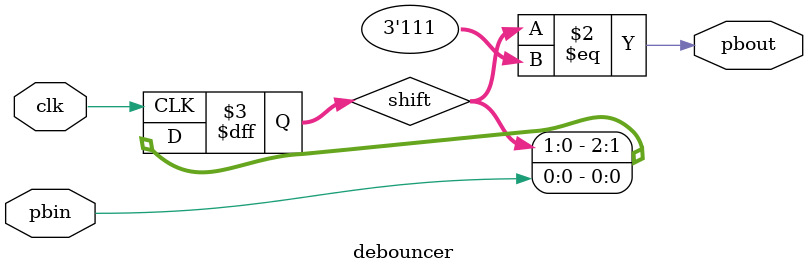
<source format=v>
`timescale 1ns / 1ps


module debouncer(
    input  clk,
    input  pbin,
    output pbout
    );
    reg [2:0] shift;

    always @(posedge clk)
        shift <= {shift[1:0], pbin};

    assign pbout = (shift == 3'b111);
endmodule

</source>
